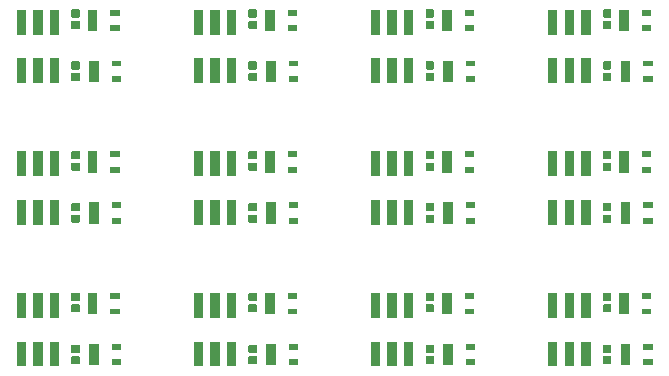
<source format=gbr>
G04 #@! TF.GenerationSoftware,KiCad,Pcbnew,5.0.2-bee76a0~70~ubuntu18.04.1*
G04 #@! TF.CreationDate,2020-01-30T22:42:59+01:00*
G04 #@! TF.ProjectId,schmitt_trigger_adapter,7363686d-6974-4745-9f74-726967676572,rev?*
G04 #@! TF.SameCoordinates,Original*
G04 #@! TF.FileFunction,Soldermask,Bot*
G04 #@! TF.FilePolarity,Negative*
%FSLAX46Y46*%
G04 Gerber Fmt 4.6, Leading zero omitted, Abs format (unit mm)*
G04 Created by KiCad (PCBNEW 5.0.2-bee76a0~70~ubuntu18.04.1) date Thu 30 Jan 2020 10:42:59 PM CET*
%MOMM*%
%LPD*%
G01*
G04 APERTURE LIST*
%ADD10C,0.100000*%
G04 APERTURE END LIST*
D10*
G36*
X179301000Y-103101000D02*
X178499000Y-103101000D01*
X178499000Y-100999000D01*
X179301000Y-100999000D01*
X179301000Y-103101000D01*
X179301000Y-103101000D01*
G37*
G36*
X182101000Y-103101000D02*
X181299000Y-103101000D01*
X181299000Y-100999000D01*
X182101000Y-100999000D01*
X182101000Y-103101000D01*
X182101000Y-103101000D01*
G37*
G36*
X165701000Y-103101000D02*
X164899000Y-103101000D01*
X164899000Y-100999000D01*
X165701000Y-100999000D01*
X165701000Y-103101000D01*
X165701000Y-103101000D01*
G37*
G36*
X164301000Y-103101000D02*
X163499000Y-103101000D01*
X163499000Y-100999000D01*
X164301000Y-100999000D01*
X164301000Y-103101000D01*
X164301000Y-103101000D01*
G37*
G36*
X167101000Y-103101000D02*
X166299000Y-103101000D01*
X166299000Y-100999000D01*
X167101000Y-100999000D01*
X167101000Y-103101000D01*
X167101000Y-103101000D01*
G37*
G36*
X150701000Y-103101000D02*
X149899000Y-103101000D01*
X149899000Y-100999000D01*
X150701000Y-100999000D01*
X150701000Y-103101000D01*
X150701000Y-103101000D01*
G37*
G36*
X149301000Y-103101000D02*
X148499000Y-103101000D01*
X148499000Y-100999000D01*
X149301000Y-100999000D01*
X149301000Y-103101000D01*
X149301000Y-103101000D01*
G37*
G36*
X152101000Y-103101000D02*
X151299000Y-103101000D01*
X151299000Y-100999000D01*
X152101000Y-100999000D01*
X152101000Y-103101000D01*
X152101000Y-103101000D01*
G37*
G36*
X135701000Y-103101000D02*
X134899000Y-103101000D01*
X134899000Y-100999000D01*
X135701000Y-100999000D01*
X135701000Y-103101000D01*
X135701000Y-103101000D01*
G37*
G36*
X134301000Y-103101000D02*
X133499000Y-103101000D01*
X133499000Y-100999000D01*
X134301000Y-100999000D01*
X134301000Y-103101000D01*
X134301000Y-103101000D01*
G37*
G36*
X137101000Y-103101000D02*
X136299000Y-103101000D01*
X136299000Y-100999000D01*
X137101000Y-100999000D01*
X137101000Y-103101000D01*
X137101000Y-103101000D01*
G37*
G36*
X180701000Y-103101000D02*
X179899000Y-103101000D01*
X179899000Y-100999000D01*
X180701000Y-100999000D01*
X180701000Y-103101000D01*
X180701000Y-103101000D01*
G37*
G36*
X172351000Y-103001000D02*
X171549000Y-103001000D01*
X171549000Y-102499000D01*
X172351000Y-102499000D01*
X172351000Y-103001000D01*
X172351000Y-103001000D01*
G37*
G36*
X185451000Y-103001000D02*
X184649000Y-103001000D01*
X184649000Y-101199000D01*
X185451000Y-101199000D01*
X185451000Y-103001000D01*
X185451000Y-103001000D01*
G37*
G36*
X142351000Y-103001000D02*
X141549000Y-103001000D01*
X141549000Y-102499000D01*
X142351000Y-102499000D01*
X142351000Y-103001000D01*
X142351000Y-103001000D01*
G37*
G36*
X140451000Y-103001000D02*
X139649000Y-103001000D01*
X139649000Y-101199000D01*
X140451000Y-101199000D01*
X140451000Y-103001000D01*
X140451000Y-103001000D01*
G37*
G36*
X157351000Y-103001000D02*
X156549000Y-103001000D01*
X156549000Y-102499000D01*
X157351000Y-102499000D01*
X157351000Y-103001000D01*
X157351000Y-103001000D01*
G37*
G36*
X155451000Y-103001000D02*
X154649000Y-103001000D01*
X154649000Y-101199000D01*
X155451000Y-101199000D01*
X155451000Y-103001000D01*
X155451000Y-103001000D01*
G37*
G36*
X170451000Y-103001000D02*
X169649000Y-103001000D01*
X169649000Y-101199000D01*
X170451000Y-101199000D01*
X170451000Y-103001000D01*
X170451000Y-103001000D01*
G37*
G36*
X187351000Y-103001000D02*
X186549000Y-103001000D01*
X186549000Y-102499000D01*
X187351000Y-102499000D01*
X187351000Y-103001000D01*
X187351000Y-103001000D01*
G37*
G36*
X183781938Y-102241716D02*
X183802556Y-102247970D01*
X183821556Y-102258126D01*
X183838208Y-102271792D01*
X183851874Y-102288444D01*
X183862030Y-102307444D01*
X183868284Y-102328062D01*
X183871000Y-102355640D01*
X183871000Y-102814360D01*
X183868284Y-102841938D01*
X183862030Y-102862556D01*
X183851874Y-102881556D01*
X183838208Y-102898208D01*
X183821556Y-102911874D01*
X183802556Y-102922030D01*
X183781938Y-102928284D01*
X183754360Y-102931000D01*
X183245640Y-102931000D01*
X183218062Y-102928284D01*
X183197444Y-102922030D01*
X183178444Y-102911874D01*
X183161792Y-102898208D01*
X183148126Y-102881556D01*
X183137970Y-102862556D01*
X183131716Y-102841938D01*
X183129000Y-102814360D01*
X183129000Y-102355640D01*
X183131716Y-102328062D01*
X183137970Y-102307444D01*
X183148126Y-102288444D01*
X183161792Y-102271792D01*
X183178444Y-102258126D01*
X183197444Y-102247970D01*
X183218062Y-102241716D01*
X183245640Y-102239000D01*
X183754360Y-102239000D01*
X183781938Y-102241716D01*
X183781938Y-102241716D01*
G37*
G36*
X168781938Y-102241716D02*
X168802556Y-102247970D01*
X168821556Y-102258126D01*
X168838208Y-102271792D01*
X168851874Y-102288444D01*
X168862030Y-102307444D01*
X168868284Y-102328062D01*
X168871000Y-102355640D01*
X168871000Y-102814360D01*
X168868284Y-102841938D01*
X168862030Y-102862556D01*
X168851874Y-102881556D01*
X168838208Y-102898208D01*
X168821556Y-102911874D01*
X168802556Y-102922030D01*
X168781938Y-102928284D01*
X168754360Y-102931000D01*
X168245640Y-102931000D01*
X168218062Y-102928284D01*
X168197444Y-102922030D01*
X168178444Y-102911874D01*
X168161792Y-102898208D01*
X168148126Y-102881556D01*
X168137970Y-102862556D01*
X168131716Y-102841938D01*
X168129000Y-102814360D01*
X168129000Y-102355640D01*
X168131716Y-102328062D01*
X168137970Y-102307444D01*
X168148126Y-102288444D01*
X168161792Y-102271792D01*
X168178444Y-102258126D01*
X168197444Y-102247970D01*
X168218062Y-102241716D01*
X168245640Y-102239000D01*
X168754360Y-102239000D01*
X168781938Y-102241716D01*
X168781938Y-102241716D01*
G37*
G36*
X153781938Y-102241716D02*
X153802556Y-102247970D01*
X153821556Y-102258126D01*
X153838208Y-102271792D01*
X153851874Y-102288444D01*
X153862030Y-102307444D01*
X153868284Y-102328062D01*
X153871000Y-102355640D01*
X153871000Y-102814360D01*
X153868284Y-102841938D01*
X153862030Y-102862556D01*
X153851874Y-102881556D01*
X153838208Y-102898208D01*
X153821556Y-102911874D01*
X153802556Y-102922030D01*
X153781938Y-102928284D01*
X153754360Y-102931000D01*
X153245640Y-102931000D01*
X153218062Y-102928284D01*
X153197444Y-102922030D01*
X153178444Y-102911874D01*
X153161792Y-102898208D01*
X153148126Y-102881556D01*
X153137970Y-102862556D01*
X153131716Y-102841938D01*
X153129000Y-102814360D01*
X153129000Y-102355640D01*
X153131716Y-102328062D01*
X153137970Y-102307444D01*
X153148126Y-102288444D01*
X153161792Y-102271792D01*
X153178444Y-102258126D01*
X153197444Y-102247970D01*
X153218062Y-102241716D01*
X153245640Y-102239000D01*
X153754360Y-102239000D01*
X153781938Y-102241716D01*
X153781938Y-102241716D01*
G37*
G36*
X138781938Y-102241716D02*
X138802556Y-102247970D01*
X138821556Y-102258126D01*
X138838208Y-102271792D01*
X138851874Y-102288444D01*
X138862030Y-102307444D01*
X138868284Y-102328062D01*
X138871000Y-102355640D01*
X138871000Y-102814360D01*
X138868284Y-102841938D01*
X138862030Y-102862556D01*
X138851874Y-102881556D01*
X138838208Y-102898208D01*
X138821556Y-102911874D01*
X138802556Y-102922030D01*
X138781938Y-102928284D01*
X138754360Y-102931000D01*
X138245640Y-102931000D01*
X138218062Y-102928284D01*
X138197444Y-102922030D01*
X138178444Y-102911874D01*
X138161792Y-102898208D01*
X138148126Y-102881556D01*
X138137970Y-102862556D01*
X138131716Y-102841938D01*
X138129000Y-102814360D01*
X138129000Y-102355640D01*
X138131716Y-102328062D01*
X138137970Y-102307444D01*
X138148126Y-102288444D01*
X138161792Y-102271792D01*
X138178444Y-102258126D01*
X138197444Y-102247970D01*
X138218062Y-102241716D01*
X138245640Y-102239000D01*
X138754360Y-102239000D01*
X138781938Y-102241716D01*
X138781938Y-102241716D01*
G37*
G36*
X183781938Y-101271716D02*
X183802556Y-101277970D01*
X183821556Y-101288126D01*
X183838208Y-101301792D01*
X183851874Y-101318444D01*
X183862030Y-101337444D01*
X183868284Y-101358062D01*
X183871000Y-101385640D01*
X183871000Y-101844360D01*
X183868284Y-101871938D01*
X183862030Y-101892556D01*
X183851874Y-101911556D01*
X183838208Y-101928208D01*
X183821556Y-101941874D01*
X183802556Y-101952030D01*
X183781938Y-101958284D01*
X183754360Y-101961000D01*
X183245640Y-101961000D01*
X183218062Y-101958284D01*
X183197444Y-101952030D01*
X183178444Y-101941874D01*
X183161792Y-101928208D01*
X183148126Y-101911556D01*
X183137970Y-101892556D01*
X183131716Y-101871938D01*
X183129000Y-101844360D01*
X183129000Y-101385640D01*
X183131716Y-101358062D01*
X183137970Y-101337444D01*
X183148126Y-101318444D01*
X183161792Y-101301792D01*
X183178444Y-101288126D01*
X183197444Y-101277970D01*
X183218062Y-101271716D01*
X183245640Y-101269000D01*
X183754360Y-101269000D01*
X183781938Y-101271716D01*
X183781938Y-101271716D01*
G37*
G36*
X138781938Y-101271716D02*
X138802556Y-101277970D01*
X138821556Y-101288126D01*
X138838208Y-101301792D01*
X138851874Y-101318444D01*
X138862030Y-101337444D01*
X138868284Y-101358062D01*
X138871000Y-101385640D01*
X138871000Y-101844360D01*
X138868284Y-101871938D01*
X138862030Y-101892556D01*
X138851874Y-101911556D01*
X138838208Y-101928208D01*
X138821556Y-101941874D01*
X138802556Y-101952030D01*
X138781938Y-101958284D01*
X138754360Y-101961000D01*
X138245640Y-101961000D01*
X138218062Y-101958284D01*
X138197444Y-101952030D01*
X138178444Y-101941874D01*
X138161792Y-101928208D01*
X138148126Y-101911556D01*
X138137970Y-101892556D01*
X138131716Y-101871938D01*
X138129000Y-101844360D01*
X138129000Y-101385640D01*
X138131716Y-101358062D01*
X138137970Y-101337444D01*
X138148126Y-101318444D01*
X138161792Y-101301792D01*
X138178444Y-101288126D01*
X138197444Y-101277970D01*
X138218062Y-101271716D01*
X138245640Y-101269000D01*
X138754360Y-101269000D01*
X138781938Y-101271716D01*
X138781938Y-101271716D01*
G37*
G36*
X168781938Y-101271716D02*
X168802556Y-101277970D01*
X168821556Y-101288126D01*
X168838208Y-101301792D01*
X168851874Y-101318444D01*
X168862030Y-101337444D01*
X168868284Y-101358062D01*
X168871000Y-101385640D01*
X168871000Y-101844360D01*
X168868284Y-101871938D01*
X168862030Y-101892556D01*
X168851874Y-101911556D01*
X168838208Y-101928208D01*
X168821556Y-101941874D01*
X168802556Y-101952030D01*
X168781938Y-101958284D01*
X168754360Y-101961000D01*
X168245640Y-101961000D01*
X168218062Y-101958284D01*
X168197444Y-101952030D01*
X168178444Y-101941874D01*
X168161792Y-101928208D01*
X168148126Y-101911556D01*
X168137970Y-101892556D01*
X168131716Y-101871938D01*
X168129000Y-101844360D01*
X168129000Y-101385640D01*
X168131716Y-101358062D01*
X168137970Y-101337444D01*
X168148126Y-101318444D01*
X168161792Y-101301792D01*
X168178444Y-101288126D01*
X168197444Y-101277970D01*
X168218062Y-101271716D01*
X168245640Y-101269000D01*
X168754360Y-101269000D01*
X168781938Y-101271716D01*
X168781938Y-101271716D01*
G37*
G36*
X153781938Y-101271716D02*
X153802556Y-101277970D01*
X153821556Y-101288126D01*
X153838208Y-101301792D01*
X153851874Y-101318444D01*
X153862030Y-101337444D01*
X153868284Y-101358062D01*
X153871000Y-101385640D01*
X153871000Y-101844360D01*
X153868284Y-101871938D01*
X153862030Y-101892556D01*
X153851874Y-101911556D01*
X153838208Y-101928208D01*
X153821556Y-101941874D01*
X153802556Y-101952030D01*
X153781938Y-101958284D01*
X153754360Y-101961000D01*
X153245640Y-101961000D01*
X153218062Y-101958284D01*
X153197444Y-101952030D01*
X153178444Y-101941874D01*
X153161792Y-101928208D01*
X153148126Y-101911556D01*
X153137970Y-101892556D01*
X153131716Y-101871938D01*
X153129000Y-101844360D01*
X153129000Y-101385640D01*
X153131716Y-101358062D01*
X153137970Y-101337444D01*
X153148126Y-101318444D01*
X153161792Y-101301792D01*
X153178444Y-101288126D01*
X153197444Y-101277970D01*
X153218062Y-101271716D01*
X153245640Y-101269000D01*
X153754360Y-101269000D01*
X153781938Y-101271716D01*
X153781938Y-101271716D01*
G37*
G36*
X172351000Y-101701000D02*
X171549000Y-101701000D01*
X171549000Y-101199000D01*
X172351000Y-101199000D01*
X172351000Y-101701000D01*
X172351000Y-101701000D01*
G37*
G36*
X187351000Y-101701000D02*
X186549000Y-101701000D01*
X186549000Y-101199000D01*
X187351000Y-101199000D01*
X187351000Y-101701000D01*
X187351000Y-101701000D01*
G37*
G36*
X142351000Y-101701000D02*
X141549000Y-101701000D01*
X141549000Y-101199000D01*
X142351000Y-101199000D01*
X142351000Y-101701000D01*
X142351000Y-101701000D01*
G37*
G36*
X157351000Y-101701000D02*
X156549000Y-101701000D01*
X156549000Y-101199000D01*
X157351000Y-101199000D01*
X157351000Y-101701000D01*
X157351000Y-101701000D01*
G37*
G36*
X149301000Y-99001000D02*
X148499000Y-99001000D01*
X148499000Y-96899000D01*
X149301000Y-96899000D01*
X149301000Y-99001000D01*
X149301000Y-99001000D01*
G37*
G36*
X167101000Y-99001000D02*
X166299000Y-99001000D01*
X166299000Y-96899000D01*
X167101000Y-96899000D01*
X167101000Y-99001000D01*
X167101000Y-99001000D01*
G37*
G36*
X165701000Y-99001000D02*
X164899000Y-99001000D01*
X164899000Y-96899000D01*
X165701000Y-96899000D01*
X165701000Y-99001000D01*
X165701000Y-99001000D01*
G37*
G36*
X180701000Y-99001000D02*
X179899000Y-99001000D01*
X179899000Y-96899000D01*
X180701000Y-96899000D01*
X180701000Y-99001000D01*
X180701000Y-99001000D01*
G37*
G36*
X150701000Y-99001000D02*
X149899000Y-99001000D01*
X149899000Y-96899000D01*
X150701000Y-96899000D01*
X150701000Y-99001000D01*
X150701000Y-99001000D01*
G37*
G36*
X182101000Y-99001000D02*
X181299000Y-99001000D01*
X181299000Y-96899000D01*
X182101000Y-96899000D01*
X182101000Y-99001000D01*
X182101000Y-99001000D01*
G37*
G36*
X152101000Y-99001000D02*
X151299000Y-99001000D01*
X151299000Y-96899000D01*
X152101000Y-96899000D01*
X152101000Y-99001000D01*
X152101000Y-99001000D01*
G37*
G36*
X179301000Y-99001000D02*
X178499000Y-99001000D01*
X178499000Y-96899000D01*
X179301000Y-96899000D01*
X179301000Y-99001000D01*
X179301000Y-99001000D01*
G37*
G36*
X135701000Y-99001000D02*
X134899000Y-99001000D01*
X134899000Y-96899000D01*
X135701000Y-96899000D01*
X135701000Y-99001000D01*
X135701000Y-99001000D01*
G37*
G36*
X134301000Y-99001000D02*
X133499000Y-99001000D01*
X133499000Y-96899000D01*
X134301000Y-96899000D01*
X134301000Y-99001000D01*
X134301000Y-99001000D01*
G37*
G36*
X164301000Y-99001000D02*
X163499000Y-99001000D01*
X163499000Y-96899000D01*
X164301000Y-96899000D01*
X164301000Y-99001000D01*
X164301000Y-99001000D01*
G37*
G36*
X137101000Y-99001000D02*
X136299000Y-99001000D01*
X136299000Y-96899000D01*
X137101000Y-96899000D01*
X137101000Y-99001000D01*
X137101000Y-99001000D01*
G37*
G36*
X140351000Y-98701000D02*
X139549000Y-98701000D01*
X139549000Y-96899000D01*
X140351000Y-96899000D01*
X140351000Y-98701000D01*
X140351000Y-98701000D01*
G37*
G36*
X142251000Y-98701000D02*
X141449000Y-98701000D01*
X141449000Y-98199000D01*
X142251000Y-98199000D01*
X142251000Y-98701000D01*
X142251000Y-98701000D01*
G37*
G36*
X172251000Y-98701000D02*
X171449000Y-98701000D01*
X171449000Y-98199000D01*
X172251000Y-98199000D01*
X172251000Y-98701000D01*
X172251000Y-98701000D01*
G37*
G36*
X187251000Y-98701000D02*
X186449000Y-98701000D01*
X186449000Y-98199000D01*
X187251000Y-98199000D01*
X187251000Y-98701000D01*
X187251000Y-98701000D01*
G37*
G36*
X155351000Y-98701000D02*
X154549000Y-98701000D01*
X154549000Y-96899000D01*
X155351000Y-96899000D01*
X155351000Y-98701000D01*
X155351000Y-98701000D01*
G37*
G36*
X157251000Y-98701000D02*
X156449000Y-98701000D01*
X156449000Y-98199000D01*
X157251000Y-98199000D01*
X157251000Y-98701000D01*
X157251000Y-98701000D01*
G37*
G36*
X185351000Y-98701000D02*
X184549000Y-98701000D01*
X184549000Y-96899000D01*
X185351000Y-96899000D01*
X185351000Y-98701000D01*
X185351000Y-98701000D01*
G37*
G36*
X170351000Y-98701000D02*
X169549000Y-98701000D01*
X169549000Y-96899000D01*
X170351000Y-96899000D01*
X170351000Y-98701000D01*
X170351000Y-98701000D01*
G37*
G36*
X138781938Y-97841716D02*
X138802556Y-97847970D01*
X138821556Y-97858126D01*
X138838208Y-97871792D01*
X138851874Y-97888444D01*
X138862030Y-97907444D01*
X138868284Y-97928062D01*
X138871000Y-97955640D01*
X138871000Y-98414360D01*
X138868284Y-98441938D01*
X138862030Y-98462556D01*
X138851874Y-98481556D01*
X138838208Y-98498208D01*
X138821556Y-98511874D01*
X138802556Y-98522030D01*
X138781938Y-98528284D01*
X138754360Y-98531000D01*
X138245640Y-98531000D01*
X138218062Y-98528284D01*
X138197444Y-98522030D01*
X138178444Y-98511874D01*
X138161792Y-98498208D01*
X138148126Y-98481556D01*
X138137970Y-98462556D01*
X138131716Y-98441938D01*
X138129000Y-98414360D01*
X138129000Y-97955640D01*
X138131716Y-97928062D01*
X138137970Y-97907444D01*
X138148126Y-97888444D01*
X138161792Y-97871792D01*
X138178444Y-97858126D01*
X138197444Y-97847970D01*
X138218062Y-97841716D01*
X138245640Y-97839000D01*
X138754360Y-97839000D01*
X138781938Y-97841716D01*
X138781938Y-97841716D01*
G37*
G36*
X183781938Y-97841716D02*
X183802556Y-97847970D01*
X183821556Y-97858126D01*
X183838208Y-97871792D01*
X183851874Y-97888444D01*
X183862030Y-97907444D01*
X183868284Y-97928062D01*
X183871000Y-97955640D01*
X183871000Y-98414360D01*
X183868284Y-98441938D01*
X183862030Y-98462556D01*
X183851874Y-98481556D01*
X183838208Y-98498208D01*
X183821556Y-98511874D01*
X183802556Y-98522030D01*
X183781938Y-98528284D01*
X183754360Y-98531000D01*
X183245640Y-98531000D01*
X183218062Y-98528284D01*
X183197444Y-98522030D01*
X183178444Y-98511874D01*
X183161792Y-98498208D01*
X183148126Y-98481556D01*
X183137970Y-98462556D01*
X183131716Y-98441938D01*
X183129000Y-98414360D01*
X183129000Y-97955640D01*
X183131716Y-97928062D01*
X183137970Y-97907444D01*
X183148126Y-97888444D01*
X183161792Y-97871792D01*
X183178444Y-97858126D01*
X183197444Y-97847970D01*
X183218062Y-97841716D01*
X183245640Y-97839000D01*
X183754360Y-97839000D01*
X183781938Y-97841716D01*
X183781938Y-97841716D01*
G37*
G36*
X168781938Y-97841716D02*
X168802556Y-97847970D01*
X168821556Y-97858126D01*
X168838208Y-97871792D01*
X168851874Y-97888444D01*
X168862030Y-97907444D01*
X168868284Y-97928062D01*
X168871000Y-97955640D01*
X168871000Y-98414360D01*
X168868284Y-98441938D01*
X168862030Y-98462556D01*
X168851874Y-98481556D01*
X168838208Y-98498208D01*
X168821556Y-98511874D01*
X168802556Y-98522030D01*
X168781938Y-98528284D01*
X168754360Y-98531000D01*
X168245640Y-98531000D01*
X168218062Y-98528284D01*
X168197444Y-98522030D01*
X168178444Y-98511874D01*
X168161792Y-98498208D01*
X168148126Y-98481556D01*
X168137970Y-98462556D01*
X168131716Y-98441938D01*
X168129000Y-98414360D01*
X168129000Y-97955640D01*
X168131716Y-97928062D01*
X168137970Y-97907444D01*
X168148126Y-97888444D01*
X168161792Y-97871792D01*
X168178444Y-97858126D01*
X168197444Y-97847970D01*
X168218062Y-97841716D01*
X168245640Y-97839000D01*
X168754360Y-97839000D01*
X168781938Y-97841716D01*
X168781938Y-97841716D01*
G37*
G36*
X153781938Y-97841716D02*
X153802556Y-97847970D01*
X153821556Y-97858126D01*
X153838208Y-97871792D01*
X153851874Y-97888444D01*
X153862030Y-97907444D01*
X153868284Y-97928062D01*
X153871000Y-97955640D01*
X153871000Y-98414360D01*
X153868284Y-98441938D01*
X153862030Y-98462556D01*
X153851874Y-98481556D01*
X153838208Y-98498208D01*
X153821556Y-98511874D01*
X153802556Y-98522030D01*
X153781938Y-98528284D01*
X153754360Y-98531000D01*
X153245640Y-98531000D01*
X153218062Y-98528284D01*
X153197444Y-98522030D01*
X153178444Y-98511874D01*
X153161792Y-98498208D01*
X153148126Y-98481556D01*
X153137970Y-98462556D01*
X153131716Y-98441938D01*
X153129000Y-98414360D01*
X153129000Y-97955640D01*
X153131716Y-97928062D01*
X153137970Y-97907444D01*
X153148126Y-97888444D01*
X153161792Y-97871792D01*
X153178444Y-97858126D01*
X153197444Y-97847970D01*
X153218062Y-97841716D01*
X153245640Y-97839000D01*
X153754360Y-97839000D01*
X153781938Y-97841716D01*
X153781938Y-97841716D01*
G37*
G36*
X153781938Y-96871716D02*
X153802556Y-96877970D01*
X153821556Y-96888126D01*
X153838208Y-96901792D01*
X153851874Y-96918444D01*
X153862030Y-96937444D01*
X153868284Y-96958062D01*
X153871000Y-96985640D01*
X153871000Y-97444360D01*
X153868284Y-97471938D01*
X153862030Y-97492556D01*
X153851874Y-97511556D01*
X153838208Y-97528208D01*
X153821556Y-97541874D01*
X153802556Y-97552030D01*
X153781938Y-97558284D01*
X153754360Y-97561000D01*
X153245640Y-97561000D01*
X153218062Y-97558284D01*
X153197444Y-97552030D01*
X153178444Y-97541874D01*
X153161792Y-97528208D01*
X153148126Y-97511556D01*
X153137970Y-97492556D01*
X153131716Y-97471938D01*
X153129000Y-97444360D01*
X153129000Y-96985640D01*
X153131716Y-96958062D01*
X153137970Y-96937444D01*
X153148126Y-96918444D01*
X153161792Y-96901792D01*
X153178444Y-96888126D01*
X153197444Y-96877970D01*
X153218062Y-96871716D01*
X153245640Y-96869000D01*
X153754360Y-96869000D01*
X153781938Y-96871716D01*
X153781938Y-96871716D01*
G37*
G36*
X138781938Y-96871716D02*
X138802556Y-96877970D01*
X138821556Y-96888126D01*
X138838208Y-96901792D01*
X138851874Y-96918444D01*
X138862030Y-96937444D01*
X138868284Y-96958062D01*
X138871000Y-96985640D01*
X138871000Y-97444360D01*
X138868284Y-97471938D01*
X138862030Y-97492556D01*
X138851874Y-97511556D01*
X138838208Y-97528208D01*
X138821556Y-97541874D01*
X138802556Y-97552030D01*
X138781938Y-97558284D01*
X138754360Y-97561000D01*
X138245640Y-97561000D01*
X138218062Y-97558284D01*
X138197444Y-97552030D01*
X138178444Y-97541874D01*
X138161792Y-97528208D01*
X138148126Y-97511556D01*
X138137970Y-97492556D01*
X138131716Y-97471938D01*
X138129000Y-97444360D01*
X138129000Y-96985640D01*
X138131716Y-96958062D01*
X138137970Y-96937444D01*
X138148126Y-96918444D01*
X138161792Y-96901792D01*
X138178444Y-96888126D01*
X138197444Y-96877970D01*
X138218062Y-96871716D01*
X138245640Y-96869000D01*
X138754360Y-96869000D01*
X138781938Y-96871716D01*
X138781938Y-96871716D01*
G37*
G36*
X168781938Y-96871716D02*
X168802556Y-96877970D01*
X168821556Y-96888126D01*
X168838208Y-96901792D01*
X168851874Y-96918444D01*
X168862030Y-96937444D01*
X168868284Y-96958062D01*
X168871000Y-96985640D01*
X168871000Y-97444360D01*
X168868284Y-97471938D01*
X168862030Y-97492556D01*
X168851874Y-97511556D01*
X168838208Y-97528208D01*
X168821556Y-97541874D01*
X168802556Y-97552030D01*
X168781938Y-97558284D01*
X168754360Y-97561000D01*
X168245640Y-97561000D01*
X168218062Y-97558284D01*
X168197444Y-97552030D01*
X168178444Y-97541874D01*
X168161792Y-97528208D01*
X168148126Y-97511556D01*
X168137970Y-97492556D01*
X168131716Y-97471938D01*
X168129000Y-97444360D01*
X168129000Y-96985640D01*
X168131716Y-96958062D01*
X168137970Y-96937444D01*
X168148126Y-96918444D01*
X168161792Y-96901792D01*
X168178444Y-96888126D01*
X168197444Y-96877970D01*
X168218062Y-96871716D01*
X168245640Y-96869000D01*
X168754360Y-96869000D01*
X168781938Y-96871716D01*
X168781938Y-96871716D01*
G37*
G36*
X183781938Y-96871716D02*
X183802556Y-96877970D01*
X183821556Y-96888126D01*
X183838208Y-96901792D01*
X183851874Y-96918444D01*
X183862030Y-96937444D01*
X183868284Y-96958062D01*
X183871000Y-96985640D01*
X183871000Y-97444360D01*
X183868284Y-97471938D01*
X183862030Y-97492556D01*
X183851874Y-97511556D01*
X183838208Y-97528208D01*
X183821556Y-97541874D01*
X183802556Y-97552030D01*
X183781938Y-97558284D01*
X183754360Y-97561000D01*
X183245640Y-97561000D01*
X183218062Y-97558284D01*
X183197444Y-97552030D01*
X183178444Y-97541874D01*
X183161792Y-97528208D01*
X183148126Y-97511556D01*
X183137970Y-97492556D01*
X183131716Y-97471938D01*
X183129000Y-97444360D01*
X183129000Y-96985640D01*
X183131716Y-96958062D01*
X183137970Y-96937444D01*
X183148126Y-96918444D01*
X183161792Y-96901792D01*
X183178444Y-96888126D01*
X183197444Y-96877970D01*
X183218062Y-96871716D01*
X183245640Y-96869000D01*
X183754360Y-96869000D01*
X183781938Y-96871716D01*
X183781938Y-96871716D01*
G37*
G36*
X187251000Y-97401000D02*
X186449000Y-97401000D01*
X186449000Y-96899000D01*
X187251000Y-96899000D01*
X187251000Y-97401000D01*
X187251000Y-97401000D01*
G37*
G36*
X172251000Y-97401000D02*
X171449000Y-97401000D01*
X171449000Y-96899000D01*
X172251000Y-96899000D01*
X172251000Y-97401000D01*
X172251000Y-97401000D01*
G37*
G36*
X157251000Y-97401000D02*
X156449000Y-97401000D01*
X156449000Y-96899000D01*
X157251000Y-96899000D01*
X157251000Y-97401000D01*
X157251000Y-97401000D01*
G37*
G36*
X142251000Y-97401000D02*
X141449000Y-97401000D01*
X141449000Y-96899000D01*
X142251000Y-96899000D01*
X142251000Y-97401000D01*
X142251000Y-97401000D01*
G37*
G36*
X137101000Y-91101000D02*
X136299000Y-91101000D01*
X136299000Y-88999000D01*
X137101000Y-88999000D01*
X137101000Y-91101000D01*
X137101000Y-91101000D01*
G37*
G36*
X134301000Y-91101000D02*
X133499000Y-91101000D01*
X133499000Y-88999000D01*
X134301000Y-88999000D01*
X134301000Y-91101000D01*
X134301000Y-91101000D01*
G37*
G36*
X135701000Y-91101000D02*
X134899000Y-91101000D01*
X134899000Y-88999000D01*
X135701000Y-88999000D01*
X135701000Y-91101000D01*
X135701000Y-91101000D01*
G37*
G36*
X152101000Y-91101000D02*
X151299000Y-91101000D01*
X151299000Y-88999000D01*
X152101000Y-88999000D01*
X152101000Y-91101000D01*
X152101000Y-91101000D01*
G37*
G36*
X149301000Y-91101000D02*
X148499000Y-91101000D01*
X148499000Y-88999000D01*
X149301000Y-88999000D01*
X149301000Y-91101000D01*
X149301000Y-91101000D01*
G37*
G36*
X150701000Y-91101000D02*
X149899000Y-91101000D01*
X149899000Y-88999000D01*
X150701000Y-88999000D01*
X150701000Y-91101000D01*
X150701000Y-91101000D01*
G37*
G36*
X164301000Y-91101000D02*
X163499000Y-91101000D01*
X163499000Y-88999000D01*
X164301000Y-88999000D01*
X164301000Y-91101000D01*
X164301000Y-91101000D01*
G37*
G36*
X165701000Y-91101000D02*
X164899000Y-91101000D01*
X164899000Y-88999000D01*
X165701000Y-88999000D01*
X165701000Y-91101000D01*
X165701000Y-91101000D01*
G37*
G36*
X182101000Y-91101000D02*
X181299000Y-91101000D01*
X181299000Y-88999000D01*
X182101000Y-88999000D01*
X182101000Y-91101000D01*
X182101000Y-91101000D01*
G37*
G36*
X179301000Y-91101000D02*
X178499000Y-91101000D01*
X178499000Y-88999000D01*
X179301000Y-88999000D01*
X179301000Y-91101000D01*
X179301000Y-91101000D01*
G37*
G36*
X180701000Y-91101000D02*
X179899000Y-91101000D01*
X179899000Y-88999000D01*
X180701000Y-88999000D01*
X180701000Y-91101000D01*
X180701000Y-91101000D01*
G37*
G36*
X167101000Y-91101000D02*
X166299000Y-91101000D01*
X166299000Y-88999000D01*
X167101000Y-88999000D01*
X167101000Y-91101000D01*
X167101000Y-91101000D01*
G37*
G36*
X185451000Y-91001000D02*
X184649000Y-91001000D01*
X184649000Y-89199000D01*
X185451000Y-89199000D01*
X185451000Y-91001000D01*
X185451000Y-91001000D01*
G37*
G36*
X157351000Y-91001000D02*
X156549000Y-91001000D01*
X156549000Y-90499000D01*
X157351000Y-90499000D01*
X157351000Y-91001000D01*
X157351000Y-91001000D01*
G37*
G36*
X187351000Y-91001000D02*
X186549000Y-91001000D01*
X186549000Y-90499000D01*
X187351000Y-90499000D01*
X187351000Y-91001000D01*
X187351000Y-91001000D01*
G37*
G36*
X170451000Y-91001000D02*
X169649000Y-91001000D01*
X169649000Y-89199000D01*
X170451000Y-89199000D01*
X170451000Y-91001000D01*
X170451000Y-91001000D01*
G37*
G36*
X172351000Y-91001000D02*
X171549000Y-91001000D01*
X171549000Y-90499000D01*
X172351000Y-90499000D01*
X172351000Y-91001000D01*
X172351000Y-91001000D01*
G37*
G36*
X155451000Y-91001000D02*
X154649000Y-91001000D01*
X154649000Y-89199000D01*
X155451000Y-89199000D01*
X155451000Y-91001000D01*
X155451000Y-91001000D01*
G37*
G36*
X140451000Y-91001000D02*
X139649000Y-91001000D01*
X139649000Y-89199000D01*
X140451000Y-89199000D01*
X140451000Y-91001000D01*
X140451000Y-91001000D01*
G37*
G36*
X142351000Y-91001000D02*
X141549000Y-91001000D01*
X141549000Y-90499000D01*
X142351000Y-90499000D01*
X142351000Y-91001000D01*
X142351000Y-91001000D01*
G37*
G36*
X168781938Y-90241716D02*
X168802556Y-90247970D01*
X168821556Y-90258126D01*
X168838208Y-90271792D01*
X168851874Y-90288444D01*
X168862030Y-90307444D01*
X168868284Y-90328062D01*
X168871000Y-90355640D01*
X168871000Y-90814360D01*
X168868284Y-90841938D01*
X168862030Y-90862556D01*
X168851874Y-90881556D01*
X168838208Y-90898208D01*
X168821556Y-90911874D01*
X168802556Y-90922030D01*
X168781938Y-90928284D01*
X168754360Y-90931000D01*
X168245640Y-90931000D01*
X168218062Y-90928284D01*
X168197444Y-90922030D01*
X168178444Y-90911874D01*
X168161792Y-90898208D01*
X168148126Y-90881556D01*
X168137970Y-90862556D01*
X168131716Y-90841938D01*
X168129000Y-90814360D01*
X168129000Y-90355640D01*
X168131716Y-90328062D01*
X168137970Y-90307444D01*
X168148126Y-90288444D01*
X168161792Y-90271792D01*
X168178444Y-90258126D01*
X168197444Y-90247970D01*
X168218062Y-90241716D01*
X168245640Y-90239000D01*
X168754360Y-90239000D01*
X168781938Y-90241716D01*
X168781938Y-90241716D01*
G37*
G36*
X183781938Y-90241716D02*
X183802556Y-90247970D01*
X183821556Y-90258126D01*
X183838208Y-90271792D01*
X183851874Y-90288444D01*
X183862030Y-90307444D01*
X183868284Y-90328062D01*
X183871000Y-90355640D01*
X183871000Y-90814360D01*
X183868284Y-90841938D01*
X183862030Y-90862556D01*
X183851874Y-90881556D01*
X183838208Y-90898208D01*
X183821556Y-90911874D01*
X183802556Y-90922030D01*
X183781938Y-90928284D01*
X183754360Y-90931000D01*
X183245640Y-90931000D01*
X183218062Y-90928284D01*
X183197444Y-90922030D01*
X183178444Y-90911874D01*
X183161792Y-90898208D01*
X183148126Y-90881556D01*
X183137970Y-90862556D01*
X183131716Y-90841938D01*
X183129000Y-90814360D01*
X183129000Y-90355640D01*
X183131716Y-90328062D01*
X183137970Y-90307444D01*
X183148126Y-90288444D01*
X183161792Y-90271792D01*
X183178444Y-90258126D01*
X183197444Y-90247970D01*
X183218062Y-90241716D01*
X183245640Y-90239000D01*
X183754360Y-90239000D01*
X183781938Y-90241716D01*
X183781938Y-90241716D01*
G37*
G36*
X138781938Y-90241716D02*
X138802556Y-90247970D01*
X138821556Y-90258126D01*
X138838208Y-90271792D01*
X138851874Y-90288444D01*
X138862030Y-90307444D01*
X138868284Y-90328062D01*
X138871000Y-90355640D01*
X138871000Y-90814360D01*
X138868284Y-90841938D01*
X138862030Y-90862556D01*
X138851874Y-90881556D01*
X138838208Y-90898208D01*
X138821556Y-90911874D01*
X138802556Y-90922030D01*
X138781938Y-90928284D01*
X138754360Y-90931000D01*
X138245640Y-90931000D01*
X138218062Y-90928284D01*
X138197444Y-90922030D01*
X138178444Y-90911874D01*
X138161792Y-90898208D01*
X138148126Y-90881556D01*
X138137970Y-90862556D01*
X138131716Y-90841938D01*
X138129000Y-90814360D01*
X138129000Y-90355640D01*
X138131716Y-90328062D01*
X138137970Y-90307444D01*
X138148126Y-90288444D01*
X138161792Y-90271792D01*
X138178444Y-90258126D01*
X138197444Y-90247970D01*
X138218062Y-90241716D01*
X138245640Y-90239000D01*
X138754360Y-90239000D01*
X138781938Y-90241716D01*
X138781938Y-90241716D01*
G37*
G36*
X153781938Y-90241716D02*
X153802556Y-90247970D01*
X153821556Y-90258126D01*
X153838208Y-90271792D01*
X153851874Y-90288444D01*
X153862030Y-90307444D01*
X153868284Y-90328062D01*
X153871000Y-90355640D01*
X153871000Y-90814360D01*
X153868284Y-90841938D01*
X153862030Y-90862556D01*
X153851874Y-90881556D01*
X153838208Y-90898208D01*
X153821556Y-90911874D01*
X153802556Y-90922030D01*
X153781938Y-90928284D01*
X153754360Y-90931000D01*
X153245640Y-90931000D01*
X153218062Y-90928284D01*
X153197444Y-90922030D01*
X153178444Y-90911874D01*
X153161792Y-90898208D01*
X153148126Y-90881556D01*
X153137970Y-90862556D01*
X153131716Y-90841938D01*
X153129000Y-90814360D01*
X153129000Y-90355640D01*
X153131716Y-90328062D01*
X153137970Y-90307444D01*
X153148126Y-90288444D01*
X153161792Y-90271792D01*
X153178444Y-90258126D01*
X153197444Y-90247970D01*
X153218062Y-90241716D01*
X153245640Y-90239000D01*
X153754360Y-90239000D01*
X153781938Y-90241716D01*
X153781938Y-90241716D01*
G37*
G36*
X153781938Y-89271716D02*
X153802556Y-89277970D01*
X153821556Y-89288126D01*
X153838208Y-89301792D01*
X153851874Y-89318444D01*
X153862030Y-89337444D01*
X153868284Y-89358062D01*
X153871000Y-89385640D01*
X153871000Y-89844360D01*
X153868284Y-89871938D01*
X153862030Y-89892556D01*
X153851874Y-89911556D01*
X153838208Y-89928208D01*
X153821556Y-89941874D01*
X153802556Y-89952030D01*
X153781938Y-89958284D01*
X153754360Y-89961000D01*
X153245640Y-89961000D01*
X153218062Y-89958284D01*
X153197444Y-89952030D01*
X153178444Y-89941874D01*
X153161792Y-89928208D01*
X153148126Y-89911556D01*
X153137970Y-89892556D01*
X153131716Y-89871938D01*
X153129000Y-89844360D01*
X153129000Y-89385640D01*
X153131716Y-89358062D01*
X153137970Y-89337444D01*
X153148126Y-89318444D01*
X153161792Y-89301792D01*
X153178444Y-89288126D01*
X153197444Y-89277970D01*
X153218062Y-89271716D01*
X153245640Y-89269000D01*
X153754360Y-89269000D01*
X153781938Y-89271716D01*
X153781938Y-89271716D01*
G37*
G36*
X168781938Y-89271716D02*
X168802556Y-89277970D01*
X168821556Y-89288126D01*
X168838208Y-89301792D01*
X168851874Y-89318444D01*
X168862030Y-89337444D01*
X168868284Y-89358062D01*
X168871000Y-89385640D01*
X168871000Y-89844360D01*
X168868284Y-89871938D01*
X168862030Y-89892556D01*
X168851874Y-89911556D01*
X168838208Y-89928208D01*
X168821556Y-89941874D01*
X168802556Y-89952030D01*
X168781938Y-89958284D01*
X168754360Y-89961000D01*
X168245640Y-89961000D01*
X168218062Y-89958284D01*
X168197444Y-89952030D01*
X168178444Y-89941874D01*
X168161792Y-89928208D01*
X168148126Y-89911556D01*
X168137970Y-89892556D01*
X168131716Y-89871938D01*
X168129000Y-89844360D01*
X168129000Y-89385640D01*
X168131716Y-89358062D01*
X168137970Y-89337444D01*
X168148126Y-89318444D01*
X168161792Y-89301792D01*
X168178444Y-89288126D01*
X168197444Y-89277970D01*
X168218062Y-89271716D01*
X168245640Y-89269000D01*
X168754360Y-89269000D01*
X168781938Y-89271716D01*
X168781938Y-89271716D01*
G37*
G36*
X138781938Y-89271716D02*
X138802556Y-89277970D01*
X138821556Y-89288126D01*
X138838208Y-89301792D01*
X138851874Y-89318444D01*
X138862030Y-89337444D01*
X138868284Y-89358062D01*
X138871000Y-89385640D01*
X138871000Y-89844360D01*
X138868284Y-89871938D01*
X138862030Y-89892556D01*
X138851874Y-89911556D01*
X138838208Y-89928208D01*
X138821556Y-89941874D01*
X138802556Y-89952030D01*
X138781938Y-89958284D01*
X138754360Y-89961000D01*
X138245640Y-89961000D01*
X138218062Y-89958284D01*
X138197444Y-89952030D01*
X138178444Y-89941874D01*
X138161792Y-89928208D01*
X138148126Y-89911556D01*
X138137970Y-89892556D01*
X138131716Y-89871938D01*
X138129000Y-89844360D01*
X138129000Y-89385640D01*
X138131716Y-89358062D01*
X138137970Y-89337444D01*
X138148126Y-89318444D01*
X138161792Y-89301792D01*
X138178444Y-89288126D01*
X138197444Y-89277970D01*
X138218062Y-89271716D01*
X138245640Y-89269000D01*
X138754360Y-89269000D01*
X138781938Y-89271716D01*
X138781938Y-89271716D01*
G37*
G36*
X183781938Y-89271716D02*
X183802556Y-89277970D01*
X183821556Y-89288126D01*
X183838208Y-89301792D01*
X183851874Y-89318444D01*
X183862030Y-89337444D01*
X183868284Y-89358062D01*
X183871000Y-89385640D01*
X183871000Y-89844360D01*
X183868284Y-89871938D01*
X183862030Y-89892556D01*
X183851874Y-89911556D01*
X183838208Y-89928208D01*
X183821556Y-89941874D01*
X183802556Y-89952030D01*
X183781938Y-89958284D01*
X183754360Y-89961000D01*
X183245640Y-89961000D01*
X183218062Y-89958284D01*
X183197444Y-89952030D01*
X183178444Y-89941874D01*
X183161792Y-89928208D01*
X183148126Y-89911556D01*
X183137970Y-89892556D01*
X183131716Y-89871938D01*
X183129000Y-89844360D01*
X183129000Y-89385640D01*
X183131716Y-89358062D01*
X183137970Y-89337444D01*
X183148126Y-89318444D01*
X183161792Y-89301792D01*
X183178444Y-89288126D01*
X183197444Y-89277970D01*
X183218062Y-89271716D01*
X183245640Y-89269000D01*
X183754360Y-89269000D01*
X183781938Y-89271716D01*
X183781938Y-89271716D01*
G37*
G36*
X172351000Y-89701000D02*
X171549000Y-89701000D01*
X171549000Y-89199000D01*
X172351000Y-89199000D01*
X172351000Y-89701000D01*
X172351000Y-89701000D01*
G37*
G36*
X157351000Y-89701000D02*
X156549000Y-89701000D01*
X156549000Y-89199000D01*
X157351000Y-89199000D01*
X157351000Y-89701000D01*
X157351000Y-89701000D01*
G37*
G36*
X142351000Y-89701000D02*
X141549000Y-89701000D01*
X141549000Y-89199000D01*
X142351000Y-89199000D01*
X142351000Y-89701000D01*
X142351000Y-89701000D01*
G37*
G36*
X187351000Y-89701000D02*
X186549000Y-89701000D01*
X186549000Y-89199000D01*
X187351000Y-89199000D01*
X187351000Y-89701000D01*
X187351000Y-89701000D01*
G37*
G36*
X137101000Y-87001000D02*
X136299000Y-87001000D01*
X136299000Y-84899000D01*
X137101000Y-84899000D01*
X137101000Y-87001000D01*
X137101000Y-87001000D01*
G37*
G36*
X182101000Y-87001000D02*
X181299000Y-87001000D01*
X181299000Y-84899000D01*
X182101000Y-84899000D01*
X182101000Y-87001000D01*
X182101000Y-87001000D01*
G37*
G36*
X180701000Y-87001000D02*
X179899000Y-87001000D01*
X179899000Y-84899000D01*
X180701000Y-84899000D01*
X180701000Y-87001000D01*
X180701000Y-87001000D01*
G37*
G36*
X167101000Y-87001000D02*
X166299000Y-87001000D01*
X166299000Y-84899000D01*
X167101000Y-84899000D01*
X167101000Y-87001000D01*
X167101000Y-87001000D01*
G37*
G36*
X164301000Y-87001000D02*
X163499000Y-87001000D01*
X163499000Y-84899000D01*
X164301000Y-84899000D01*
X164301000Y-87001000D01*
X164301000Y-87001000D01*
G37*
G36*
X165701000Y-87001000D02*
X164899000Y-87001000D01*
X164899000Y-84899000D01*
X165701000Y-84899000D01*
X165701000Y-87001000D01*
X165701000Y-87001000D01*
G37*
G36*
X135701000Y-87001000D02*
X134899000Y-87001000D01*
X134899000Y-84899000D01*
X135701000Y-84899000D01*
X135701000Y-87001000D01*
X135701000Y-87001000D01*
G37*
G36*
X179301000Y-87001000D02*
X178499000Y-87001000D01*
X178499000Y-84899000D01*
X179301000Y-84899000D01*
X179301000Y-87001000D01*
X179301000Y-87001000D01*
G37*
G36*
X150701000Y-87001000D02*
X149899000Y-87001000D01*
X149899000Y-84899000D01*
X150701000Y-84899000D01*
X150701000Y-87001000D01*
X150701000Y-87001000D01*
G37*
G36*
X149301000Y-87001000D02*
X148499000Y-87001000D01*
X148499000Y-84899000D01*
X149301000Y-84899000D01*
X149301000Y-87001000D01*
X149301000Y-87001000D01*
G37*
G36*
X152101000Y-87001000D02*
X151299000Y-87001000D01*
X151299000Y-84899000D01*
X152101000Y-84899000D01*
X152101000Y-87001000D01*
X152101000Y-87001000D01*
G37*
G36*
X134301000Y-87001000D02*
X133499000Y-87001000D01*
X133499000Y-84899000D01*
X134301000Y-84899000D01*
X134301000Y-87001000D01*
X134301000Y-87001000D01*
G37*
G36*
X155351000Y-86701000D02*
X154549000Y-86701000D01*
X154549000Y-84899000D01*
X155351000Y-84899000D01*
X155351000Y-86701000D01*
X155351000Y-86701000D01*
G37*
G36*
X185351000Y-86701000D02*
X184549000Y-86701000D01*
X184549000Y-84899000D01*
X185351000Y-84899000D01*
X185351000Y-86701000D01*
X185351000Y-86701000D01*
G37*
G36*
X172251000Y-86701000D02*
X171449000Y-86701000D01*
X171449000Y-86199000D01*
X172251000Y-86199000D01*
X172251000Y-86701000D01*
X172251000Y-86701000D01*
G37*
G36*
X157251000Y-86701000D02*
X156449000Y-86701000D01*
X156449000Y-86199000D01*
X157251000Y-86199000D01*
X157251000Y-86701000D01*
X157251000Y-86701000D01*
G37*
G36*
X142251000Y-86701000D02*
X141449000Y-86701000D01*
X141449000Y-86199000D01*
X142251000Y-86199000D01*
X142251000Y-86701000D01*
X142251000Y-86701000D01*
G37*
G36*
X140351000Y-86701000D02*
X139549000Y-86701000D01*
X139549000Y-84899000D01*
X140351000Y-84899000D01*
X140351000Y-86701000D01*
X140351000Y-86701000D01*
G37*
G36*
X187251000Y-86701000D02*
X186449000Y-86701000D01*
X186449000Y-86199000D01*
X187251000Y-86199000D01*
X187251000Y-86701000D01*
X187251000Y-86701000D01*
G37*
G36*
X170351000Y-86701000D02*
X169549000Y-86701000D01*
X169549000Y-84899000D01*
X170351000Y-84899000D01*
X170351000Y-86701000D01*
X170351000Y-86701000D01*
G37*
G36*
X153781938Y-85841716D02*
X153802556Y-85847970D01*
X153821556Y-85858126D01*
X153838208Y-85871792D01*
X153851874Y-85888444D01*
X153862030Y-85907444D01*
X153868284Y-85928062D01*
X153871000Y-85955640D01*
X153871000Y-86414360D01*
X153868284Y-86441938D01*
X153862030Y-86462556D01*
X153851874Y-86481556D01*
X153838208Y-86498208D01*
X153821556Y-86511874D01*
X153802556Y-86522030D01*
X153781938Y-86528284D01*
X153754360Y-86531000D01*
X153245640Y-86531000D01*
X153218062Y-86528284D01*
X153197444Y-86522030D01*
X153178444Y-86511874D01*
X153161792Y-86498208D01*
X153148126Y-86481556D01*
X153137970Y-86462556D01*
X153131716Y-86441938D01*
X153129000Y-86414360D01*
X153129000Y-85955640D01*
X153131716Y-85928062D01*
X153137970Y-85907444D01*
X153148126Y-85888444D01*
X153161792Y-85871792D01*
X153178444Y-85858126D01*
X153197444Y-85847970D01*
X153218062Y-85841716D01*
X153245640Y-85839000D01*
X153754360Y-85839000D01*
X153781938Y-85841716D01*
X153781938Y-85841716D01*
G37*
G36*
X183781938Y-85841716D02*
X183802556Y-85847970D01*
X183821556Y-85858126D01*
X183838208Y-85871792D01*
X183851874Y-85888444D01*
X183862030Y-85907444D01*
X183868284Y-85928062D01*
X183871000Y-85955640D01*
X183871000Y-86414360D01*
X183868284Y-86441938D01*
X183862030Y-86462556D01*
X183851874Y-86481556D01*
X183838208Y-86498208D01*
X183821556Y-86511874D01*
X183802556Y-86522030D01*
X183781938Y-86528284D01*
X183754360Y-86531000D01*
X183245640Y-86531000D01*
X183218062Y-86528284D01*
X183197444Y-86522030D01*
X183178444Y-86511874D01*
X183161792Y-86498208D01*
X183148126Y-86481556D01*
X183137970Y-86462556D01*
X183131716Y-86441938D01*
X183129000Y-86414360D01*
X183129000Y-85955640D01*
X183131716Y-85928062D01*
X183137970Y-85907444D01*
X183148126Y-85888444D01*
X183161792Y-85871792D01*
X183178444Y-85858126D01*
X183197444Y-85847970D01*
X183218062Y-85841716D01*
X183245640Y-85839000D01*
X183754360Y-85839000D01*
X183781938Y-85841716D01*
X183781938Y-85841716D01*
G37*
G36*
X168781938Y-85841716D02*
X168802556Y-85847970D01*
X168821556Y-85858126D01*
X168838208Y-85871792D01*
X168851874Y-85888444D01*
X168862030Y-85907444D01*
X168868284Y-85928062D01*
X168871000Y-85955640D01*
X168871000Y-86414360D01*
X168868284Y-86441938D01*
X168862030Y-86462556D01*
X168851874Y-86481556D01*
X168838208Y-86498208D01*
X168821556Y-86511874D01*
X168802556Y-86522030D01*
X168781938Y-86528284D01*
X168754360Y-86531000D01*
X168245640Y-86531000D01*
X168218062Y-86528284D01*
X168197444Y-86522030D01*
X168178444Y-86511874D01*
X168161792Y-86498208D01*
X168148126Y-86481556D01*
X168137970Y-86462556D01*
X168131716Y-86441938D01*
X168129000Y-86414360D01*
X168129000Y-85955640D01*
X168131716Y-85928062D01*
X168137970Y-85907444D01*
X168148126Y-85888444D01*
X168161792Y-85871792D01*
X168178444Y-85858126D01*
X168197444Y-85847970D01*
X168218062Y-85841716D01*
X168245640Y-85839000D01*
X168754360Y-85839000D01*
X168781938Y-85841716D01*
X168781938Y-85841716D01*
G37*
G36*
X138781938Y-85841716D02*
X138802556Y-85847970D01*
X138821556Y-85858126D01*
X138838208Y-85871792D01*
X138851874Y-85888444D01*
X138862030Y-85907444D01*
X138868284Y-85928062D01*
X138871000Y-85955640D01*
X138871000Y-86414360D01*
X138868284Y-86441938D01*
X138862030Y-86462556D01*
X138851874Y-86481556D01*
X138838208Y-86498208D01*
X138821556Y-86511874D01*
X138802556Y-86522030D01*
X138781938Y-86528284D01*
X138754360Y-86531000D01*
X138245640Y-86531000D01*
X138218062Y-86528284D01*
X138197444Y-86522030D01*
X138178444Y-86511874D01*
X138161792Y-86498208D01*
X138148126Y-86481556D01*
X138137970Y-86462556D01*
X138131716Y-86441938D01*
X138129000Y-86414360D01*
X138129000Y-85955640D01*
X138131716Y-85928062D01*
X138137970Y-85907444D01*
X138148126Y-85888444D01*
X138161792Y-85871792D01*
X138178444Y-85858126D01*
X138197444Y-85847970D01*
X138218062Y-85841716D01*
X138245640Y-85839000D01*
X138754360Y-85839000D01*
X138781938Y-85841716D01*
X138781938Y-85841716D01*
G37*
G36*
X153781938Y-84871716D02*
X153802556Y-84877970D01*
X153821556Y-84888126D01*
X153838208Y-84901792D01*
X153851874Y-84918444D01*
X153862030Y-84937444D01*
X153868284Y-84958062D01*
X153871000Y-84985640D01*
X153871000Y-85444360D01*
X153868284Y-85471938D01*
X153862030Y-85492556D01*
X153851874Y-85511556D01*
X153838208Y-85528208D01*
X153821556Y-85541874D01*
X153802556Y-85552030D01*
X153781938Y-85558284D01*
X153754360Y-85561000D01*
X153245640Y-85561000D01*
X153218062Y-85558284D01*
X153197444Y-85552030D01*
X153178444Y-85541874D01*
X153161792Y-85528208D01*
X153148126Y-85511556D01*
X153137970Y-85492556D01*
X153131716Y-85471938D01*
X153129000Y-85444360D01*
X153129000Y-84985640D01*
X153131716Y-84958062D01*
X153137970Y-84937444D01*
X153148126Y-84918444D01*
X153161792Y-84901792D01*
X153178444Y-84888126D01*
X153197444Y-84877970D01*
X153218062Y-84871716D01*
X153245640Y-84869000D01*
X153754360Y-84869000D01*
X153781938Y-84871716D01*
X153781938Y-84871716D01*
G37*
G36*
X168781938Y-84871716D02*
X168802556Y-84877970D01*
X168821556Y-84888126D01*
X168838208Y-84901792D01*
X168851874Y-84918444D01*
X168862030Y-84937444D01*
X168868284Y-84958062D01*
X168871000Y-84985640D01*
X168871000Y-85444360D01*
X168868284Y-85471938D01*
X168862030Y-85492556D01*
X168851874Y-85511556D01*
X168838208Y-85528208D01*
X168821556Y-85541874D01*
X168802556Y-85552030D01*
X168781938Y-85558284D01*
X168754360Y-85561000D01*
X168245640Y-85561000D01*
X168218062Y-85558284D01*
X168197444Y-85552030D01*
X168178444Y-85541874D01*
X168161792Y-85528208D01*
X168148126Y-85511556D01*
X168137970Y-85492556D01*
X168131716Y-85471938D01*
X168129000Y-85444360D01*
X168129000Y-84985640D01*
X168131716Y-84958062D01*
X168137970Y-84937444D01*
X168148126Y-84918444D01*
X168161792Y-84901792D01*
X168178444Y-84888126D01*
X168197444Y-84877970D01*
X168218062Y-84871716D01*
X168245640Y-84869000D01*
X168754360Y-84869000D01*
X168781938Y-84871716D01*
X168781938Y-84871716D01*
G37*
G36*
X183781938Y-84871716D02*
X183802556Y-84877970D01*
X183821556Y-84888126D01*
X183838208Y-84901792D01*
X183851874Y-84918444D01*
X183862030Y-84937444D01*
X183868284Y-84958062D01*
X183871000Y-84985640D01*
X183871000Y-85444360D01*
X183868284Y-85471938D01*
X183862030Y-85492556D01*
X183851874Y-85511556D01*
X183838208Y-85528208D01*
X183821556Y-85541874D01*
X183802556Y-85552030D01*
X183781938Y-85558284D01*
X183754360Y-85561000D01*
X183245640Y-85561000D01*
X183218062Y-85558284D01*
X183197444Y-85552030D01*
X183178444Y-85541874D01*
X183161792Y-85528208D01*
X183148126Y-85511556D01*
X183137970Y-85492556D01*
X183131716Y-85471938D01*
X183129000Y-85444360D01*
X183129000Y-84985640D01*
X183131716Y-84958062D01*
X183137970Y-84937444D01*
X183148126Y-84918444D01*
X183161792Y-84901792D01*
X183178444Y-84888126D01*
X183197444Y-84877970D01*
X183218062Y-84871716D01*
X183245640Y-84869000D01*
X183754360Y-84869000D01*
X183781938Y-84871716D01*
X183781938Y-84871716D01*
G37*
G36*
X138781938Y-84871716D02*
X138802556Y-84877970D01*
X138821556Y-84888126D01*
X138838208Y-84901792D01*
X138851874Y-84918444D01*
X138862030Y-84937444D01*
X138868284Y-84958062D01*
X138871000Y-84985640D01*
X138871000Y-85444360D01*
X138868284Y-85471938D01*
X138862030Y-85492556D01*
X138851874Y-85511556D01*
X138838208Y-85528208D01*
X138821556Y-85541874D01*
X138802556Y-85552030D01*
X138781938Y-85558284D01*
X138754360Y-85561000D01*
X138245640Y-85561000D01*
X138218062Y-85558284D01*
X138197444Y-85552030D01*
X138178444Y-85541874D01*
X138161792Y-85528208D01*
X138148126Y-85511556D01*
X138137970Y-85492556D01*
X138131716Y-85471938D01*
X138129000Y-85444360D01*
X138129000Y-84985640D01*
X138131716Y-84958062D01*
X138137970Y-84937444D01*
X138148126Y-84918444D01*
X138161792Y-84901792D01*
X138178444Y-84888126D01*
X138197444Y-84877970D01*
X138218062Y-84871716D01*
X138245640Y-84869000D01*
X138754360Y-84869000D01*
X138781938Y-84871716D01*
X138781938Y-84871716D01*
G37*
G36*
X187251000Y-85401000D02*
X186449000Y-85401000D01*
X186449000Y-84899000D01*
X187251000Y-84899000D01*
X187251000Y-85401000D01*
X187251000Y-85401000D01*
G37*
G36*
X172251000Y-85401000D02*
X171449000Y-85401000D01*
X171449000Y-84899000D01*
X172251000Y-84899000D01*
X172251000Y-85401000D01*
X172251000Y-85401000D01*
G37*
G36*
X157251000Y-85401000D02*
X156449000Y-85401000D01*
X156449000Y-84899000D01*
X157251000Y-84899000D01*
X157251000Y-85401000D01*
X157251000Y-85401000D01*
G37*
G36*
X142251000Y-85401000D02*
X141449000Y-85401000D01*
X141449000Y-84899000D01*
X142251000Y-84899000D01*
X142251000Y-85401000D01*
X142251000Y-85401000D01*
G37*
G36*
X149301000Y-79101000D02*
X148499000Y-79101000D01*
X148499000Y-76999000D01*
X149301000Y-76999000D01*
X149301000Y-79101000D01*
X149301000Y-79101000D01*
G37*
G36*
X182101000Y-79101000D02*
X181299000Y-79101000D01*
X181299000Y-76999000D01*
X182101000Y-76999000D01*
X182101000Y-79101000D01*
X182101000Y-79101000D01*
G37*
G36*
X180701000Y-79101000D02*
X179899000Y-79101000D01*
X179899000Y-76999000D01*
X180701000Y-76999000D01*
X180701000Y-79101000D01*
X180701000Y-79101000D01*
G37*
G36*
X179301000Y-79101000D02*
X178499000Y-79101000D01*
X178499000Y-76999000D01*
X179301000Y-76999000D01*
X179301000Y-79101000D01*
X179301000Y-79101000D01*
G37*
G36*
X167101000Y-79101000D02*
X166299000Y-79101000D01*
X166299000Y-76999000D01*
X167101000Y-76999000D01*
X167101000Y-79101000D01*
X167101000Y-79101000D01*
G37*
G36*
X165701000Y-79101000D02*
X164899000Y-79101000D01*
X164899000Y-76999000D01*
X165701000Y-76999000D01*
X165701000Y-79101000D01*
X165701000Y-79101000D01*
G37*
G36*
X164301000Y-79101000D02*
X163499000Y-79101000D01*
X163499000Y-76999000D01*
X164301000Y-76999000D01*
X164301000Y-79101000D01*
X164301000Y-79101000D01*
G37*
G36*
X150701000Y-79101000D02*
X149899000Y-79101000D01*
X149899000Y-76999000D01*
X150701000Y-76999000D01*
X150701000Y-79101000D01*
X150701000Y-79101000D01*
G37*
G36*
X137101000Y-79101000D02*
X136299000Y-79101000D01*
X136299000Y-76999000D01*
X137101000Y-76999000D01*
X137101000Y-79101000D01*
X137101000Y-79101000D01*
G37*
G36*
X134301000Y-79101000D02*
X133499000Y-79101000D01*
X133499000Y-76999000D01*
X134301000Y-76999000D01*
X134301000Y-79101000D01*
X134301000Y-79101000D01*
G37*
G36*
X135701000Y-79101000D02*
X134899000Y-79101000D01*
X134899000Y-76999000D01*
X135701000Y-76999000D01*
X135701000Y-79101000D01*
X135701000Y-79101000D01*
G37*
G36*
X152101000Y-79101000D02*
X151299000Y-79101000D01*
X151299000Y-76999000D01*
X152101000Y-76999000D01*
X152101000Y-79101000D01*
X152101000Y-79101000D01*
G37*
G36*
X170451000Y-79001000D02*
X169649000Y-79001000D01*
X169649000Y-77199000D01*
X170451000Y-77199000D01*
X170451000Y-79001000D01*
X170451000Y-79001000D01*
G37*
G36*
X187351000Y-79001000D02*
X186549000Y-79001000D01*
X186549000Y-78499000D01*
X187351000Y-78499000D01*
X187351000Y-79001000D01*
X187351000Y-79001000D01*
G37*
G36*
X185451000Y-79001000D02*
X184649000Y-79001000D01*
X184649000Y-77199000D01*
X185451000Y-77199000D01*
X185451000Y-79001000D01*
X185451000Y-79001000D01*
G37*
G36*
X157351000Y-79001000D02*
X156549000Y-79001000D01*
X156549000Y-78499000D01*
X157351000Y-78499000D01*
X157351000Y-79001000D01*
X157351000Y-79001000D01*
G37*
G36*
X140451000Y-79001000D02*
X139649000Y-79001000D01*
X139649000Y-77199000D01*
X140451000Y-77199000D01*
X140451000Y-79001000D01*
X140451000Y-79001000D01*
G37*
G36*
X142351000Y-79001000D02*
X141549000Y-79001000D01*
X141549000Y-78499000D01*
X142351000Y-78499000D01*
X142351000Y-79001000D01*
X142351000Y-79001000D01*
G37*
G36*
X172351000Y-79001000D02*
X171549000Y-79001000D01*
X171549000Y-78499000D01*
X172351000Y-78499000D01*
X172351000Y-79001000D01*
X172351000Y-79001000D01*
G37*
G36*
X155451000Y-79001000D02*
X154649000Y-79001000D01*
X154649000Y-77199000D01*
X155451000Y-77199000D01*
X155451000Y-79001000D01*
X155451000Y-79001000D01*
G37*
G36*
X138781938Y-78241716D02*
X138802556Y-78247970D01*
X138821556Y-78258126D01*
X138838208Y-78271792D01*
X138851874Y-78288444D01*
X138862030Y-78307444D01*
X138868284Y-78328062D01*
X138871000Y-78355640D01*
X138871000Y-78814360D01*
X138868284Y-78841938D01*
X138862030Y-78862556D01*
X138851874Y-78881556D01*
X138838208Y-78898208D01*
X138821556Y-78911874D01*
X138802556Y-78922030D01*
X138781938Y-78928284D01*
X138754360Y-78931000D01*
X138245640Y-78931000D01*
X138218062Y-78928284D01*
X138197444Y-78922030D01*
X138178444Y-78911874D01*
X138161792Y-78898208D01*
X138148126Y-78881556D01*
X138137970Y-78862556D01*
X138131716Y-78841938D01*
X138129000Y-78814360D01*
X138129000Y-78355640D01*
X138131716Y-78328062D01*
X138137970Y-78307444D01*
X138148126Y-78288444D01*
X138161792Y-78271792D01*
X138178444Y-78258126D01*
X138197444Y-78247970D01*
X138218062Y-78241716D01*
X138245640Y-78239000D01*
X138754360Y-78239000D01*
X138781938Y-78241716D01*
X138781938Y-78241716D01*
G37*
G36*
X153781938Y-78241716D02*
X153802556Y-78247970D01*
X153821556Y-78258126D01*
X153838208Y-78271792D01*
X153851874Y-78288444D01*
X153862030Y-78307444D01*
X153868284Y-78328062D01*
X153871000Y-78355640D01*
X153871000Y-78814360D01*
X153868284Y-78841938D01*
X153862030Y-78862556D01*
X153851874Y-78881556D01*
X153838208Y-78898208D01*
X153821556Y-78911874D01*
X153802556Y-78922030D01*
X153781938Y-78928284D01*
X153754360Y-78931000D01*
X153245640Y-78931000D01*
X153218062Y-78928284D01*
X153197444Y-78922030D01*
X153178444Y-78911874D01*
X153161792Y-78898208D01*
X153148126Y-78881556D01*
X153137970Y-78862556D01*
X153131716Y-78841938D01*
X153129000Y-78814360D01*
X153129000Y-78355640D01*
X153131716Y-78328062D01*
X153137970Y-78307444D01*
X153148126Y-78288444D01*
X153161792Y-78271792D01*
X153178444Y-78258126D01*
X153197444Y-78247970D01*
X153218062Y-78241716D01*
X153245640Y-78239000D01*
X153754360Y-78239000D01*
X153781938Y-78241716D01*
X153781938Y-78241716D01*
G37*
G36*
X168781938Y-78241716D02*
X168802556Y-78247970D01*
X168821556Y-78258126D01*
X168838208Y-78271792D01*
X168851874Y-78288444D01*
X168862030Y-78307444D01*
X168868284Y-78328062D01*
X168871000Y-78355640D01*
X168871000Y-78814360D01*
X168868284Y-78841938D01*
X168862030Y-78862556D01*
X168851874Y-78881556D01*
X168838208Y-78898208D01*
X168821556Y-78911874D01*
X168802556Y-78922030D01*
X168781938Y-78928284D01*
X168754360Y-78931000D01*
X168245640Y-78931000D01*
X168218062Y-78928284D01*
X168197444Y-78922030D01*
X168178444Y-78911874D01*
X168161792Y-78898208D01*
X168148126Y-78881556D01*
X168137970Y-78862556D01*
X168131716Y-78841938D01*
X168129000Y-78814360D01*
X168129000Y-78355640D01*
X168131716Y-78328062D01*
X168137970Y-78307444D01*
X168148126Y-78288444D01*
X168161792Y-78271792D01*
X168178444Y-78258126D01*
X168197444Y-78247970D01*
X168218062Y-78241716D01*
X168245640Y-78239000D01*
X168754360Y-78239000D01*
X168781938Y-78241716D01*
X168781938Y-78241716D01*
G37*
G36*
X183781938Y-78241716D02*
X183802556Y-78247970D01*
X183821556Y-78258126D01*
X183838208Y-78271792D01*
X183851874Y-78288444D01*
X183862030Y-78307444D01*
X183868284Y-78328062D01*
X183871000Y-78355640D01*
X183871000Y-78814360D01*
X183868284Y-78841938D01*
X183862030Y-78862556D01*
X183851874Y-78881556D01*
X183838208Y-78898208D01*
X183821556Y-78911874D01*
X183802556Y-78922030D01*
X183781938Y-78928284D01*
X183754360Y-78931000D01*
X183245640Y-78931000D01*
X183218062Y-78928284D01*
X183197444Y-78922030D01*
X183178444Y-78911874D01*
X183161792Y-78898208D01*
X183148126Y-78881556D01*
X183137970Y-78862556D01*
X183131716Y-78841938D01*
X183129000Y-78814360D01*
X183129000Y-78355640D01*
X183131716Y-78328062D01*
X183137970Y-78307444D01*
X183148126Y-78288444D01*
X183161792Y-78271792D01*
X183178444Y-78258126D01*
X183197444Y-78247970D01*
X183218062Y-78241716D01*
X183245640Y-78239000D01*
X183754360Y-78239000D01*
X183781938Y-78241716D01*
X183781938Y-78241716D01*
G37*
G36*
X138781938Y-77271716D02*
X138802556Y-77277970D01*
X138821556Y-77288126D01*
X138838208Y-77301792D01*
X138851874Y-77318444D01*
X138862030Y-77337444D01*
X138868284Y-77358062D01*
X138871000Y-77385640D01*
X138871000Y-77844360D01*
X138868284Y-77871938D01*
X138862030Y-77892556D01*
X138851874Y-77911556D01*
X138838208Y-77928208D01*
X138821556Y-77941874D01*
X138802556Y-77952030D01*
X138781938Y-77958284D01*
X138754360Y-77961000D01*
X138245640Y-77961000D01*
X138218062Y-77958284D01*
X138197444Y-77952030D01*
X138178444Y-77941874D01*
X138161792Y-77928208D01*
X138148126Y-77911556D01*
X138137970Y-77892556D01*
X138131716Y-77871938D01*
X138129000Y-77844360D01*
X138129000Y-77385640D01*
X138131716Y-77358062D01*
X138137970Y-77337444D01*
X138148126Y-77318444D01*
X138161792Y-77301792D01*
X138178444Y-77288126D01*
X138197444Y-77277970D01*
X138218062Y-77271716D01*
X138245640Y-77269000D01*
X138754360Y-77269000D01*
X138781938Y-77271716D01*
X138781938Y-77271716D01*
G37*
G36*
X153781938Y-77271716D02*
X153802556Y-77277970D01*
X153821556Y-77288126D01*
X153838208Y-77301792D01*
X153851874Y-77318444D01*
X153862030Y-77337444D01*
X153868284Y-77358062D01*
X153871000Y-77385640D01*
X153871000Y-77844360D01*
X153868284Y-77871938D01*
X153862030Y-77892556D01*
X153851874Y-77911556D01*
X153838208Y-77928208D01*
X153821556Y-77941874D01*
X153802556Y-77952030D01*
X153781938Y-77958284D01*
X153754360Y-77961000D01*
X153245640Y-77961000D01*
X153218062Y-77958284D01*
X153197444Y-77952030D01*
X153178444Y-77941874D01*
X153161792Y-77928208D01*
X153148126Y-77911556D01*
X153137970Y-77892556D01*
X153131716Y-77871938D01*
X153129000Y-77844360D01*
X153129000Y-77385640D01*
X153131716Y-77358062D01*
X153137970Y-77337444D01*
X153148126Y-77318444D01*
X153161792Y-77301792D01*
X153178444Y-77288126D01*
X153197444Y-77277970D01*
X153218062Y-77271716D01*
X153245640Y-77269000D01*
X153754360Y-77269000D01*
X153781938Y-77271716D01*
X153781938Y-77271716D01*
G37*
G36*
X168781938Y-77271716D02*
X168802556Y-77277970D01*
X168821556Y-77288126D01*
X168838208Y-77301792D01*
X168851874Y-77318444D01*
X168862030Y-77337444D01*
X168868284Y-77358062D01*
X168871000Y-77385640D01*
X168871000Y-77844360D01*
X168868284Y-77871938D01*
X168862030Y-77892556D01*
X168851874Y-77911556D01*
X168838208Y-77928208D01*
X168821556Y-77941874D01*
X168802556Y-77952030D01*
X168781938Y-77958284D01*
X168754360Y-77961000D01*
X168245640Y-77961000D01*
X168218062Y-77958284D01*
X168197444Y-77952030D01*
X168178444Y-77941874D01*
X168161792Y-77928208D01*
X168148126Y-77911556D01*
X168137970Y-77892556D01*
X168131716Y-77871938D01*
X168129000Y-77844360D01*
X168129000Y-77385640D01*
X168131716Y-77358062D01*
X168137970Y-77337444D01*
X168148126Y-77318444D01*
X168161792Y-77301792D01*
X168178444Y-77288126D01*
X168197444Y-77277970D01*
X168218062Y-77271716D01*
X168245640Y-77269000D01*
X168754360Y-77269000D01*
X168781938Y-77271716D01*
X168781938Y-77271716D01*
G37*
G36*
X183781938Y-77271716D02*
X183802556Y-77277970D01*
X183821556Y-77288126D01*
X183838208Y-77301792D01*
X183851874Y-77318444D01*
X183862030Y-77337444D01*
X183868284Y-77358062D01*
X183871000Y-77385640D01*
X183871000Y-77844360D01*
X183868284Y-77871938D01*
X183862030Y-77892556D01*
X183851874Y-77911556D01*
X183838208Y-77928208D01*
X183821556Y-77941874D01*
X183802556Y-77952030D01*
X183781938Y-77958284D01*
X183754360Y-77961000D01*
X183245640Y-77961000D01*
X183218062Y-77958284D01*
X183197444Y-77952030D01*
X183178444Y-77941874D01*
X183161792Y-77928208D01*
X183148126Y-77911556D01*
X183137970Y-77892556D01*
X183131716Y-77871938D01*
X183129000Y-77844360D01*
X183129000Y-77385640D01*
X183131716Y-77358062D01*
X183137970Y-77337444D01*
X183148126Y-77318444D01*
X183161792Y-77301792D01*
X183178444Y-77288126D01*
X183197444Y-77277970D01*
X183218062Y-77271716D01*
X183245640Y-77269000D01*
X183754360Y-77269000D01*
X183781938Y-77271716D01*
X183781938Y-77271716D01*
G37*
G36*
X187351000Y-77701000D02*
X186549000Y-77701000D01*
X186549000Y-77199000D01*
X187351000Y-77199000D01*
X187351000Y-77701000D01*
X187351000Y-77701000D01*
G37*
G36*
X142351000Y-77701000D02*
X141549000Y-77701000D01*
X141549000Y-77199000D01*
X142351000Y-77199000D01*
X142351000Y-77701000D01*
X142351000Y-77701000D01*
G37*
G36*
X157351000Y-77701000D02*
X156549000Y-77701000D01*
X156549000Y-77199000D01*
X157351000Y-77199000D01*
X157351000Y-77701000D01*
X157351000Y-77701000D01*
G37*
G36*
X172351000Y-77701000D02*
X171549000Y-77701000D01*
X171549000Y-77199000D01*
X172351000Y-77199000D01*
X172351000Y-77701000D01*
X172351000Y-77701000D01*
G37*
G36*
X149301000Y-75001000D02*
X148499000Y-75001000D01*
X148499000Y-72899000D01*
X149301000Y-72899000D01*
X149301000Y-75001000D01*
X149301000Y-75001000D01*
G37*
G36*
X180701000Y-75001000D02*
X179899000Y-75001000D01*
X179899000Y-72899000D01*
X180701000Y-72899000D01*
X180701000Y-75001000D01*
X180701000Y-75001000D01*
G37*
G36*
X152101000Y-75001000D02*
X151299000Y-75001000D01*
X151299000Y-72899000D01*
X152101000Y-72899000D01*
X152101000Y-75001000D01*
X152101000Y-75001000D01*
G37*
G36*
X150701000Y-75001000D02*
X149899000Y-75001000D01*
X149899000Y-72899000D01*
X150701000Y-72899000D01*
X150701000Y-75001000D01*
X150701000Y-75001000D01*
G37*
G36*
X164301000Y-75001000D02*
X163499000Y-75001000D01*
X163499000Y-72899000D01*
X164301000Y-72899000D01*
X164301000Y-75001000D01*
X164301000Y-75001000D01*
G37*
G36*
X165701000Y-75001000D02*
X164899000Y-75001000D01*
X164899000Y-72899000D01*
X165701000Y-72899000D01*
X165701000Y-75001000D01*
X165701000Y-75001000D01*
G37*
G36*
X179301000Y-75001000D02*
X178499000Y-75001000D01*
X178499000Y-72899000D01*
X179301000Y-72899000D01*
X179301000Y-75001000D01*
X179301000Y-75001000D01*
G37*
G36*
X134301000Y-75001000D02*
X133499000Y-75001000D01*
X133499000Y-72899000D01*
X134301000Y-72899000D01*
X134301000Y-75001000D01*
X134301000Y-75001000D01*
G37*
G36*
X135701000Y-75001000D02*
X134899000Y-75001000D01*
X134899000Y-72899000D01*
X135701000Y-72899000D01*
X135701000Y-75001000D01*
X135701000Y-75001000D01*
G37*
G36*
X182101000Y-75001000D02*
X181299000Y-75001000D01*
X181299000Y-72899000D01*
X182101000Y-72899000D01*
X182101000Y-75001000D01*
X182101000Y-75001000D01*
G37*
G36*
X137101000Y-75001000D02*
X136299000Y-75001000D01*
X136299000Y-72899000D01*
X137101000Y-72899000D01*
X137101000Y-75001000D01*
X137101000Y-75001000D01*
G37*
G36*
X167101000Y-75001000D02*
X166299000Y-75001000D01*
X166299000Y-72899000D01*
X167101000Y-72899000D01*
X167101000Y-75001000D01*
X167101000Y-75001000D01*
G37*
G36*
X155351000Y-74701000D02*
X154549000Y-74701000D01*
X154549000Y-72899000D01*
X155351000Y-72899000D01*
X155351000Y-74701000D01*
X155351000Y-74701000D01*
G37*
G36*
X157251000Y-74701000D02*
X156449000Y-74701000D01*
X156449000Y-74199000D01*
X157251000Y-74199000D01*
X157251000Y-74701000D01*
X157251000Y-74701000D01*
G37*
G36*
X170351000Y-74701000D02*
X169549000Y-74701000D01*
X169549000Y-72899000D01*
X170351000Y-72899000D01*
X170351000Y-74701000D01*
X170351000Y-74701000D01*
G37*
G36*
X172251000Y-74701000D02*
X171449000Y-74701000D01*
X171449000Y-74199000D01*
X172251000Y-74199000D01*
X172251000Y-74701000D01*
X172251000Y-74701000D01*
G37*
G36*
X185351000Y-74701000D02*
X184549000Y-74701000D01*
X184549000Y-72899000D01*
X185351000Y-72899000D01*
X185351000Y-74701000D01*
X185351000Y-74701000D01*
G37*
G36*
X187251000Y-74701000D02*
X186449000Y-74701000D01*
X186449000Y-74199000D01*
X187251000Y-74199000D01*
X187251000Y-74701000D01*
X187251000Y-74701000D01*
G37*
G36*
X142251000Y-74701000D02*
X141449000Y-74701000D01*
X141449000Y-74199000D01*
X142251000Y-74199000D01*
X142251000Y-74701000D01*
X142251000Y-74701000D01*
G37*
G36*
X140351000Y-74701000D02*
X139549000Y-74701000D01*
X139549000Y-72899000D01*
X140351000Y-72899000D01*
X140351000Y-74701000D01*
X140351000Y-74701000D01*
G37*
G36*
X153781938Y-73841716D02*
X153802556Y-73847970D01*
X153821556Y-73858126D01*
X153838208Y-73871792D01*
X153851874Y-73888444D01*
X153862030Y-73907444D01*
X153868284Y-73928062D01*
X153871000Y-73955640D01*
X153871000Y-74414360D01*
X153868284Y-74441938D01*
X153862030Y-74462556D01*
X153851874Y-74481556D01*
X153838208Y-74498208D01*
X153821556Y-74511874D01*
X153802556Y-74522030D01*
X153781938Y-74528284D01*
X153754360Y-74531000D01*
X153245640Y-74531000D01*
X153218062Y-74528284D01*
X153197444Y-74522030D01*
X153178444Y-74511874D01*
X153161792Y-74498208D01*
X153148126Y-74481556D01*
X153137970Y-74462556D01*
X153131716Y-74441938D01*
X153129000Y-74414360D01*
X153129000Y-73955640D01*
X153131716Y-73928062D01*
X153137970Y-73907444D01*
X153148126Y-73888444D01*
X153161792Y-73871792D01*
X153178444Y-73858126D01*
X153197444Y-73847970D01*
X153218062Y-73841716D01*
X153245640Y-73839000D01*
X153754360Y-73839000D01*
X153781938Y-73841716D01*
X153781938Y-73841716D01*
G37*
G36*
X138781938Y-73841716D02*
X138802556Y-73847970D01*
X138821556Y-73858126D01*
X138838208Y-73871792D01*
X138851874Y-73888444D01*
X138862030Y-73907444D01*
X138868284Y-73928062D01*
X138871000Y-73955640D01*
X138871000Y-74414360D01*
X138868284Y-74441938D01*
X138862030Y-74462556D01*
X138851874Y-74481556D01*
X138838208Y-74498208D01*
X138821556Y-74511874D01*
X138802556Y-74522030D01*
X138781938Y-74528284D01*
X138754360Y-74531000D01*
X138245640Y-74531000D01*
X138218062Y-74528284D01*
X138197444Y-74522030D01*
X138178444Y-74511874D01*
X138161792Y-74498208D01*
X138148126Y-74481556D01*
X138137970Y-74462556D01*
X138131716Y-74441938D01*
X138129000Y-74414360D01*
X138129000Y-73955640D01*
X138131716Y-73928062D01*
X138137970Y-73907444D01*
X138148126Y-73888444D01*
X138161792Y-73871792D01*
X138178444Y-73858126D01*
X138197444Y-73847970D01*
X138218062Y-73841716D01*
X138245640Y-73839000D01*
X138754360Y-73839000D01*
X138781938Y-73841716D01*
X138781938Y-73841716D01*
G37*
G36*
X168781938Y-73841716D02*
X168802556Y-73847970D01*
X168821556Y-73858126D01*
X168838208Y-73871792D01*
X168851874Y-73888444D01*
X168862030Y-73907444D01*
X168868284Y-73928062D01*
X168871000Y-73955640D01*
X168871000Y-74414360D01*
X168868284Y-74441938D01*
X168862030Y-74462556D01*
X168851874Y-74481556D01*
X168838208Y-74498208D01*
X168821556Y-74511874D01*
X168802556Y-74522030D01*
X168781938Y-74528284D01*
X168754360Y-74531000D01*
X168245640Y-74531000D01*
X168218062Y-74528284D01*
X168197444Y-74522030D01*
X168178444Y-74511874D01*
X168161792Y-74498208D01*
X168148126Y-74481556D01*
X168137970Y-74462556D01*
X168131716Y-74441938D01*
X168129000Y-74414360D01*
X168129000Y-73955640D01*
X168131716Y-73928062D01*
X168137970Y-73907444D01*
X168148126Y-73888444D01*
X168161792Y-73871792D01*
X168178444Y-73858126D01*
X168197444Y-73847970D01*
X168218062Y-73841716D01*
X168245640Y-73839000D01*
X168754360Y-73839000D01*
X168781938Y-73841716D01*
X168781938Y-73841716D01*
G37*
G36*
X183781938Y-73841716D02*
X183802556Y-73847970D01*
X183821556Y-73858126D01*
X183838208Y-73871792D01*
X183851874Y-73888444D01*
X183862030Y-73907444D01*
X183868284Y-73928062D01*
X183871000Y-73955640D01*
X183871000Y-74414360D01*
X183868284Y-74441938D01*
X183862030Y-74462556D01*
X183851874Y-74481556D01*
X183838208Y-74498208D01*
X183821556Y-74511874D01*
X183802556Y-74522030D01*
X183781938Y-74528284D01*
X183754360Y-74531000D01*
X183245640Y-74531000D01*
X183218062Y-74528284D01*
X183197444Y-74522030D01*
X183178444Y-74511874D01*
X183161792Y-74498208D01*
X183148126Y-74481556D01*
X183137970Y-74462556D01*
X183131716Y-74441938D01*
X183129000Y-74414360D01*
X183129000Y-73955640D01*
X183131716Y-73928062D01*
X183137970Y-73907444D01*
X183148126Y-73888444D01*
X183161792Y-73871792D01*
X183178444Y-73858126D01*
X183197444Y-73847970D01*
X183218062Y-73841716D01*
X183245640Y-73839000D01*
X183754360Y-73839000D01*
X183781938Y-73841716D01*
X183781938Y-73841716D01*
G37*
G36*
X168781938Y-72871716D02*
X168802556Y-72877970D01*
X168821556Y-72888126D01*
X168838208Y-72901792D01*
X168851874Y-72918444D01*
X168862030Y-72937444D01*
X168868284Y-72958062D01*
X168871000Y-72985640D01*
X168871000Y-73444360D01*
X168868284Y-73471938D01*
X168862030Y-73492556D01*
X168851874Y-73511556D01*
X168838208Y-73528208D01*
X168821556Y-73541874D01*
X168802556Y-73552030D01*
X168781938Y-73558284D01*
X168754360Y-73561000D01*
X168245640Y-73561000D01*
X168218062Y-73558284D01*
X168197444Y-73552030D01*
X168178444Y-73541874D01*
X168161792Y-73528208D01*
X168148126Y-73511556D01*
X168137970Y-73492556D01*
X168131716Y-73471938D01*
X168129000Y-73444360D01*
X168129000Y-72985640D01*
X168131716Y-72958062D01*
X168137970Y-72937444D01*
X168148126Y-72918444D01*
X168161792Y-72901792D01*
X168178444Y-72888126D01*
X168197444Y-72877970D01*
X168218062Y-72871716D01*
X168245640Y-72869000D01*
X168754360Y-72869000D01*
X168781938Y-72871716D01*
X168781938Y-72871716D01*
G37*
G36*
X153781938Y-72871716D02*
X153802556Y-72877970D01*
X153821556Y-72888126D01*
X153838208Y-72901792D01*
X153851874Y-72918444D01*
X153862030Y-72937444D01*
X153868284Y-72958062D01*
X153871000Y-72985640D01*
X153871000Y-73444360D01*
X153868284Y-73471938D01*
X153862030Y-73492556D01*
X153851874Y-73511556D01*
X153838208Y-73528208D01*
X153821556Y-73541874D01*
X153802556Y-73552030D01*
X153781938Y-73558284D01*
X153754360Y-73561000D01*
X153245640Y-73561000D01*
X153218062Y-73558284D01*
X153197444Y-73552030D01*
X153178444Y-73541874D01*
X153161792Y-73528208D01*
X153148126Y-73511556D01*
X153137970Y-73492556D01*
X153131716Y-73471938D01*
X153129000Y-73444360D01*
X153129000Y-72985640D01*
X153131716Y-72958062D01*
X153137970Y-72937444D01*
X153148126Y-72918444D01*
X153161792Y-72901792D01*
X153178444Y-72888126D01*
X153197444Y-72877970D01*
X153218062Y-72871716D01*
X153245640Y-72869000D01*
X153754360Y-72869000D01*
X153781938Y-72871716D01*
X153781938Y-72871716D01*
G37*
G36*
X138781938Y-72871716D02*
X138802556Y-72877970D01*
X138821556Y-72888126D01*
X138838208Y-72901792D01*
X138851874Y-72918444D01*
X138862030Y-72937444D01*
X138868284Y-72958062D01*
X138871000Y-72985640D01*
X138871000Y-73444360D01*
X138868284Y-73471938D01*
X138862030Y-73492556D01*
X138851874Y-73511556D01*
X138838208Y-73528208D01*
X138821556Y-73541874D01*
X138802556Y-73552030D01*
X138781938Y-73558284D01*
X138754360Y-73561000D01*
X138245640Y-73561000D01*
X138218062Y-73558284D01*
X138197444Y-73552030D01*
X138178444Y-73541874D01*
X138161792Y-73528208D01*
X138148126Y-73511556D01*
X138137970Y-73492556D01*
X138131716Y-73471938D01*
X138129000Y-73444360D01*
X138129000Y-72985640D01*
X138131716Y-72958062D01*
X138137970Y-72937444D01*
X138148126Y-72918444D01*
X138161792Y-72901792D01*
X138178444Y-72888126D01*
X138197444Y-72877970D01*
X138218062Y-72871716D01*
X138245640Y-72869000D01*
X138754360Y-72869000D01*
X138781938Y-72871716D01*
X138781938Y-72871716D01*
G37*
G36*
X183781938Y-72871716D02*
X183802556Y-72877970D01*
X183821556Y-72888126D01*
X183838208Y-72901792D01*
X183851874Y-72918444D01*
X183862030Y-72937444D01*
X183868284Y-72958062D01*
X183871000Y-72985640D01*
X183871000Y-73444360D01*
X183868284Y-73471938D01*
X183862030Y-73492556D01*
X183851874Y-73511556D01*
X183838208Y-73528208D01*
X183821556Y-73541874D01*
X183802556Y-73552030D01*
X183781938Y-73558284D01*
X183754360Y-73561000D01*
X183245640Y-73561000D01*
X183218062Y-73558284D01*
X183197444Y-73552030D01*
X183178444Y-73541874D01*
X183161792Y-73528208D01*
X183148126Y-73511556D01*
X183137970Y-73492556D01*
X183131716Y-73471938D01*
X183129000Y-73444360D01*
X183129000Y-72985640D01*
X183131716Y-72958062D01*
X183137970Y-72937444D01*
X183148126Y-72918444D01*
X183161792Y-72901792D01*
X183178444Y-72888126D01*
X183197444Y-72877970D01*
X183218062Y-72871716D01*
X183245640Y-72869000D01*
X183754360Y-72869000D01*
X183781938Y-72871716D01*
X183781938Y-72871716D01*
G37*
G36*
X187251000Y-73401000D02*
X186449000Y-73401000D01*
X186449000Y-72899000D01*
X187251000Y-72899000D01*
X187251000Y-73401000D01*
X187251000Y-73401000D01*
G37*
G36*
X142251000Y-73401000D02*
X141449000Y-73401000D01*
X141449000Y-72899000D01*
X142251000Y-72899000D01*
X142251000Y-73401000D01*
X142251000Y-73401000D01*
G37*
G36*
X172251000Y-73401000D02*
X171449000Y-73401000D01*
X171449000Y-72899000D01*
X172251000Y-72899000D01*
X172251000Y-73401000D01*
X172251000Y-73401000D01*
G37*
G36*
X157251000Y-73401000D02*
X156449000Y-73401000D01*
X156449000Y-72899000D01*
X157251000Y-72899000D01*
X157251000Y-73401000D01*
X157251000Y-73401000D01*
G37*
M02*

</source>
